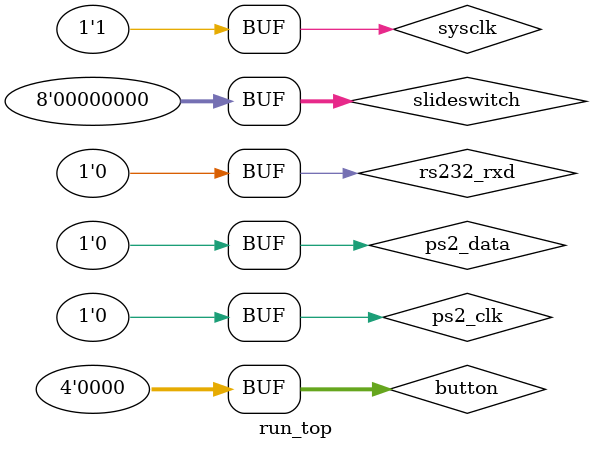
<source format=v>

`timescale 1ns / 1ns

`include "ram_s3board.v"
`include "ide_disk.v"
   
module run_top;

   // Inputs
   reg rs232_rxd;
   reg [3:0] button;
   reg 	     sysclk;
   reg 	     ps2_clk;
   reg 	     ps2_data;
   reg [7:0] slideswitch;

   // Outputs
   wire      rs232_txd;
   wire [7:0] led;
   wire       vga_red;
   wire       vga_blu;
   wire       vga_grn;
   wire       vga_hsync;
   wire       vga_vsync;
   wire [7:0] sevenseg;
   wire [3:0] sevenseg_an;
   wire [17:0] sram_a;
   wire        sram_oe_n;
   wire        sram_we_n;
   wire        sram1_ce_n;
   wire        sram1_ub_n;
   wire        sram1_lb_n;
   wire        sram2_ce_n;
   wire        sram2_ub_n;
   wire        sram2_lb_n;
   wire        ide_dior;
   wire        ide_diow;
   wire [1:0]  ide_cs;
   wire [2:0]  ide_da;

   // Bidirs
   wire [15:0] sram1_io;
   wire [15:0] sram2_io;
   wire [15:0] ide_data_bus;

   // Instantiate the Unit Under Test (UUT)
   top uut (
	    .rs232_txd(rs232_txd), 
	    .rs232_rxd(rs232_rxd), 
	    .button(button), 
	    .led(led), 
	    .sysclk(sysclk), 
	    .ps2_clk(ps2_clk), 
	    .ps2_data(ps2_data), 
	    .vga_red(vga_red), 
	    .vga_blu(vga_blu), 
	    .vga_grn(vga_grn), 
	    .vga_hsync(vga_hsync), 
	    .vga_vsync(vga_vsync), 
	    .sevenseg(sevenseg), 
	    .sevenseg_an(sevenseg_an), 
	    .slideswitch(slideswitch), 
	    .sram_a(sram_a), 
	    .sram_oe_n(sram_oe_n), 
	    .sram_we_n(sram_we_n), 
	    .sram1_io(sram1_io), 
	    .sram1_ce_n(sram1_ce_n), 
	    .sram1_ub_n(sram1_ub_n), 
	    .sram1_lb_n(sram1_lb_n), 
	    .sram2_io(sram2_io), 
	    .sram2_ce_n(sram2_ce_n), 
	    .sram2_ub_n(sram2_ub_n), 
	    .sram2_lb_n(sram2_lb_n), 
	    .ide_data_bus(ide_data_bus), 
	    .ide_dior(ide_dior), 
	    .ide_diow(ide_diow), 
	    .ide_cs(ide_cs), 
	    .ide_da(ide_da)
	    );


   // shared data bus
   wire [15:0] sram1_in;
   wire [15:0] sram2_in;

   wire [15:0] sram1_out;
   wire [15:0] sram2_out;
   
   assign sram1_in = sram1_io;
   assign sram1_io = sram_oe_n ? 16'bz : sram1_out;
		    
   assign sram2_in = sram2_io;
   assign sram2_io = sram_oe_n ? 16'bz : sram2_out;

   ram_s3board ram(
		   .ram_a(sram_a),
		   .ram_oe_n(sram_oe_n),
		   .ram_we_n(sram_we_n),
		   .ram1_in(sram1_in),
		   .ram1_out(sram1_out),
		   .ram1_ce_n(sram1_ce_n),
		   .ram1_ub_n(sram1_ub_n),
		   .ram1_lb_n(sram1_lb_n),
		   .ram2_in(sram2_in),
		   .ram2_out(sram2_out),
		   .ram2_ce_n(sram2_ce_n),
		   .ram2_ub_n(sram2_ub_n),
		   .ram2_lb_n(sram2_lb_n)
		   );


   wire [15:0] ide_data_in;
   wire [15:0] ide_data_out;

   assign ide_data_in = ide_data_bus;
   assign ide_data_bus = ide_dior ? 16'bz : ide_data_out;
   
   ide_disk ide(
		.ide_data_in(ide_data_in),
		.ide_data_out(ide_data_out),
		.ide_dior(ide_dior),
		.ide_diow(ide_diow),
		.ide_cs(ide_cs),
		.ide_da(ide_da)
		);

   initial begin
      // Initialize Inputs
      rs232_rxd = 0;
      button = 0;
      sysclk = 0;
      ps2_clk = 0;
      ps2_data = 0;
      slideswitch = 0;

      // Wait 100 ns for global reset to finish
      #100;

`ifdef test_reset_button
      #22000;
      button = 4'b1000;
      #2000000;
      button = 4'b0000;
      #100000;
      button = 4'b1000;
      #2000000;
      button = 4'b0000;
`endif
   end
   
   // 50mhz clock
   always
     begin
	#10 sysclk = 0;
	#10 sysclk = 1;
     end

endmodule


</source>
